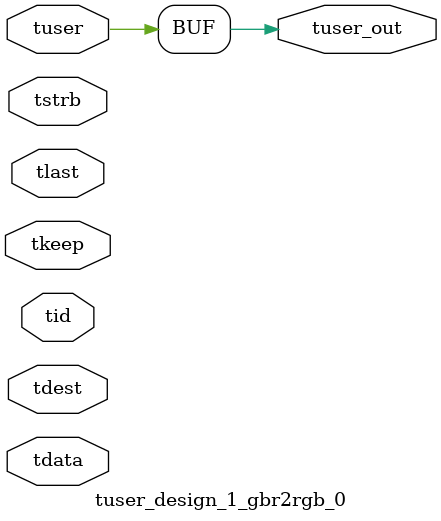
<source format=v>


`timescale 1ps/1ps

module tuser_design_1_gbr2rgb_0 #
(
parameter C_S_AXIS_TUSER_WIDTH = 1,
parameter C_S_AXIS_TDATA_WIDTH = 32,
parameter C_S_AXIS_TID_WIDTH   = 0,
parameter C_S_AXIS_TDEST_WIDTH = 0,
parameter C_M_AXIS_TUSER_WIDTH = 1
)
(
input  [(C_S_AXIS_TUSER_WIDTH == 0 ? 1 : C_S_AXIS_TUSER_WIDTH)-1:0     ] tuser,
input  [(C_S_AXIS_TDATA_WIDTH == 0 ? 1 : C_S_AXIS_TDATA_WIDTH)-1:0     ] tdata,
input  [(C_S_AXIS_TID_WIDTH   == 0 ? 1 : C_S_AXIS_TID_WIDTH)-1:0       ] tid,
input  [(C_S_AXIS_TDEST_WIDTH == 0 ? 1 : C_S_AXIS_TDEST_WIDTH)-1:0     ] tdest,
input  [(C_S_AXIS_TDATA_WIDTH/8)-1:0 ] tkeep,
input  [(C_S_AXIS_TDATA_WIDTH/8)-1:0 ] tstrb,
input                                                                    tlast,
output [C_M_AXIS_TUSER_WIDTH-1:0] tuser_out
);

assign tuser_out = {tuser[0:0]};

endmodule


</source>
